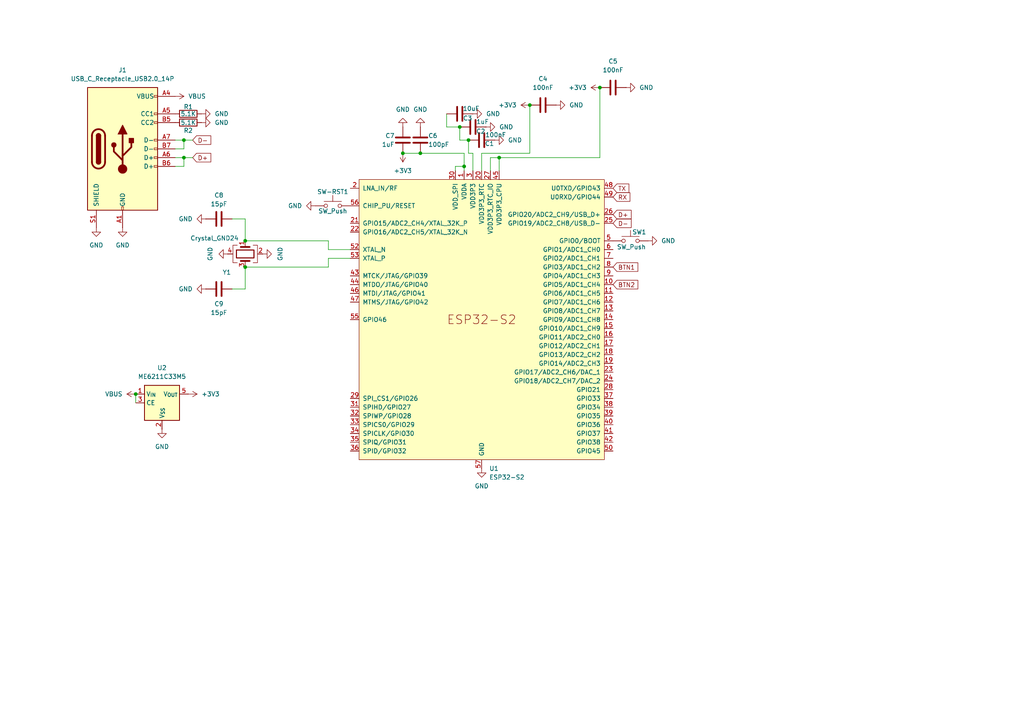
<source format=kicad_sch>
(kicad_sch (version 20231120) (generator "eeschema") (generator_version "8.0")
  (paper "A4")
  (lib_symbols
    (symbol "Connector:USB_C_Receptacle_USB2.0_14P" (pin_names (offset 1.016))
      (property "Reference" "J" (at 0 22.225 0))
      (property "Value" "USB_C_Receptacle_USB2.0_14P" (at 0 19.685 0))
      (symbol "USB_C_Receptacle_USB2.0_14P_0_0"
        (rectangle (start -0.254 -17.78) (end 0.254 -16.764))
        (rectangle (start 10.16 -4.826) (end 9.144 -5.334))
        (rectangle (start 10.16 -2.286) (end 9.144 -2.794))
        (rectangle (start 10.16 0.254) (end 9.144 -0.254))
        (rectangle (start 10.16 2.794) (end 9.144 2.286))
        (rectangle (start 10.16 7.874) (end 9.144 7.366))
        (rectangle (start 10.16 10.414) (end 9.144 9.906))
        (rectangle (start 10.16 15.494) (end 9.144 14.986))
      )
      (symbol "USB_C_Receptacle_USB2.0_14P_0_1"
        (rectangle (start -10.16 17.78) (end 10.16 -17.78) (stroke (width 0.254)) (fill (type background)))
        (arc (start -8.89 -3.81) (mid -6.985 -5.7067) (end -5.08 -3.81) (stroke (width 0.508)))
        (arc (start -7.62 -3.81) (mid -6.985 -4.4423) (end -6.35 -3.81) (stroke (width 0.254)))
        (arc (start -7.62 -3.81) (mid -6.985 -4.4423) (end -6.35 -3.81) (stroke (width 0.254)) (fill (type outline)))
        (rectangle (start -7.62 -3.81) (end -6.35 3.81) (stroke (width 0.254)) (fill (type outline)))
        (arc (start -6.35 3.81) (mid -6.985 4.4423) (end -7.62 3.81) (stroke (width 0.254)))
        (arc (start -6.35 3.81) (mid -6.985 4.4423) (end -7.62 3.81) (stroke (width 0.254)) (fill (type outline)))
        (arc (start -5.08 3.81) (mid -6.985 5.7067) (end -8.89 3.81) (stroke (width 0.508)))
        (circle (center -2.54 1.143) (radius 0.635) (stroke (width 0.254)) (fill (type outline)))
        (circle (center 0 -5.842) (radius 1.27) (fill (type outline)))
        (polyline (pts (xy -8.89 -3.81) (xy -8.89 3.81)) (stroke (width 0.508)))
        (polyline (pts (xy -5.08 3.81) (xy -5.08 -3.81)) (stroke (width 0.508)))
        (polyline (pts (xy 0 -5.842) (xy 0 4.318)) (stroke (width 0.508)))
        (polyline (pts (xy 0 -3.302) (xy -2.54 -0.762) (xy -2.54 0.508)) (stroke (width 0.508)))
        (polyline (pts (xy 0 -2.032) (xy 2.54 0.508) (xy 2.54 1.778)) (stroke (width 0.508)))
        (polyline (pts (xy -1.27 4.318) (xy 0 6.858) (xy 1.27 4.318) (xy -1.27 4.318)) (stroke (width 0.254)) (fill (type outline)))
        (rectangle (start 1.905 1.778) (end 3.175 3.048) (stroke (width 0.254)) (fill (type outline)))
      )
      (symbol "USB_C_Receptacle_USB2.0_14P_1_1"
        (pin passive line (at 0 -22.86 90) (length 5.08) (name "GND") (number "A1"))
        (pin passive line (at 0 -22.86 90) (length 5.08) hide (name "GND") (number "A12"))
        (pin passive line (at 15.24 15.24 180) (length 5.08) (name "VBUS") (number "A4"))
        (pin bidirectional line (at 15.24 10.16 180) (length 5.08) (name "CC1") (number "A5"))
        (pin bidirectional line (at 15.24 -2.54 180) (length 5.08) (name "D+") (number "A6"))
        (pin bidirectional line (at 15.24 2.54 180) (length 5.08) (name "D-") (number "A7"))
        (pin passive line (at 15.24 15.24 180) (length 5.08) hide (name "VBUS") (number "A9"))
        (pin passive line (at 0 -22.86 90) (length 5.08) hide (name "GND") (number "B1"))
        (pin passive line (at 0 -22.86 90) (length 5.08) hide (name "GND") (number "B12"))
        (pin passive line (at 15.24 15.24 180) (length 5.08) hide (name "VBUS") (number "B4"))
        (pin bidirectional line (at 15.24 7.62 180) (length 5.08) (name "CC2") (number "B5"))
        (pin bidirectional line (at 15.24 -5.08 180) (length 5.08) (name "D+") (number "B6"))
        (pin bidirectional line (at 15.24 0 180) (length 5.08) (name "D-") (number "B7"))
        (pin passive line (at 15.24 15.24 180) (length 5.08) hide (name "VBUS") (number "B9"))
        (pin passive line (at -7.62 -22.86 90) (length 5.08) (name "SHIELD") (number "S1"))
      )
    )
    (symbol "Device:C" (pin_numbers hide) (pin_names (offset 0.254))
      (property "Reference" "C" (at 0.635 2.54 0))
      (property "Value" "C" (at 0.635 -2.54 0))
      (symbol "C_0_1"
        (polyline (pts (xy -2.032 -0.762) (xy 2.032 -0.762)) (stroke (width 0.508)))
        (polyline (pts (xy -2.032 0.762) (xy 2.032 0.762)) (stroke (width 0.508)))
      )
      (symbol "C_1_1"
        (pin passive line (at 0 3.81 270) (length 2.794) (name "~") (number "1"))
        (pin passive line (at 0 -3.81 90) (length 2.794) (name "~") (number "2"))
      )
    )
    (symbol "Device:Crystal_GND24" (pin_names (offset 1.016) hide)
      (property "Reference" "Y" (at 3.175 5.08 0))
      (property "Value" "Crystal_GND24" (at 3.175 3.175 0))
      (symbol "Crystal_GND24_0_1"
        (rectangle (start -1.143 2.54) (end 1.143 -2.54) (stroke (width 0.3048)))
        (polyline (pts (xy -2.54 0) (xy -2.032 0)))
        (polyline (pts (xy -2.032 -1.27) (xy -2.032 1.27)) (stroke (width 0.508)))
        (polyline (pts (xy 0 -3.81) (xy 0 -3.556)))
        (polyline (pts (xy 0 3.556) (xy 0 3.81)))
        (polyline (pts (xy 2.032 -1.27) (xy 2.032 1.27)) (stroke (width 0.508)))
        (polyline (pts (xy 2.032 0) (xy 2.54 0)))
        (polyline (pts (xy -2.54 -2.286) (xy -2.54 -3.556) (xy 2.54 -3.556) (xy 2.54 -2.286)))
        (polyline (pts (xy -2.54 2.286) (xy -2.54 3.556) (xy 2.54 3.556) (xy 2.54 2.286)))
      )
      (symbol "Crystal_GND24_1_1"
        (pin passive line (at -3.81 0 0) (length 1.27) (name "1") (number "1"))
        (pin passive line (at 0 5.08 270) (length 1.27) (name "2") (number "2"))
        (pin passive line (at 3.81 0 180) (length 1.27) (name "3") (number "3"))
        (pin passive line (at 0 -5.08 90) (length 1.27) (name "4") (number "4"))
      )
    )
    (symbol "Device:R" (pin_numbers hide) (pin_names (offset 0))
      (property "Reference" "R" (at 2.032 0 90))
      (property "Value" "R" (at 0 0 90))
      (symbol "R_0_1"
        (rectangle (start -1.016 -2.54) (end 1.016 2.54) (stroke (width 0.254)))
      )
      (symbol "R_1_1"
        (pin passive line (at 0 3.81 270) (length 1.27) (name "~") (number "1"))
        (pin passive line (at 0 -3.81 90) (length 1.27) (name "~") (number "2"))
      )
    )
    (symbol "PCM_Espressif:ESP32-S2" (pin_names (offset 1.016))
      (property "Reference" "U" (at -35.56 45.72 0))
      (property "Value" "ESP32-S2" (at -35.56 43.18 0))
      (symbol "ESP32-S2_0_0"
        (text "ESP32-S2" (at 0 0 0) (effects (font (size 2.54 2.54))))
      )
      (symbol "ESP32-S2_0_1"
        (rectangle (start -35.56 40.64) (end 35.56 -40.64) (fill (type background)))
      )
      (symbol "ESP32-S2_1_1"
        (pin power_in line (at -5.08 43.18 270) (length 2.54) (name "VDDA") (number "1"))
        (pin bidirectional line (at 38.1 10.16 180) (length 2.54) (name "GPIO5/ADC1_CH4") (number "10"))
        (pin bidirectional line (at 38.1 7.62 180) (length 2.54) (name "GPIO6/ADC1_CH5") (number "11"))
        (pin bidirectional line (at 38.1 5.08 180) (length 2.54) (name "GPIO7/ADC1_CH6") (number "12"))
        (pin bidirectional line (at 38.1 2.54 180) (length 2.54) (name "GPIO8/ADC1_CH7") (number "13"))
        (pin bidirectional line (at 38.1 0 180) (length 2.54) (name "GPIO9/ADC1_CH8") (number "14"))
        (pin bidirectional line (at 38.1 -2.54 180) (length 2.54) (name "GPIO10/ADC1_CH9") (number "15"))
        (pin bidirectional line (at 38.1 -5.08 180) (length 2.54) (name "GPIO11/ADC2_CH0") (number "16"))
        (pin bidirectional line (at 38.1 -7.62 180) (length 2.54) (name "GPIO12/ADC2_CH1") (number "17"))
        (pin bidirectional line (at 38.1 -10.16 180) (length 2.54) (name "GPIO13/ADC2_CH2") (number "18"))
        (pin bidirectional line (at 38.1 -12.7 180) (length 2.54) (name "GPIO14/ADC2_CH3") (number "19"))
        (pin bidirectional line (at -38.1 38.1 0) (length 2.54) (name "LNA_IN/RF") (number "2"))
        (pin power_in line (at 0 43.18 270) (length 2.54) (name "VDD3P3_RTC") (number "20"))
        (pin bidirectional line (at -38.1 27.94 0) (length 2.54) (name "GPIO15/ADC2_CH4/XTAL_32K_P") (number "21"))
        (pin bidirectional line (at -38.1 25.4 0) (length 2.54) (name "GPIO16/ADC2_CH5/XTAL_32K_N") (number "22"))
        (pin bidirectional line (at 38.1 -15.24 180) (length 2.54) (name "GPIO17/ADC2_CH6/DAC_1") (number "23"))
        (pin bidirectional line (at 38.1 -17.78 180) (length 2.54) (name "GPIO18/ADC2_CH7/DAC_2") (number "24"))
        (pin bidirectional line (at 38.1 27.94 180) (length 2.54) (name "GPIO19/ADC2_CH8/USB_D-") (number "25"))
        (pin bidirectional line (at 38.1 30.48 180) (length 2.54) (name "GPIO20/ADC2_CH9/USB_D+") (number "26"))
        (pin power_in line (at 2.54 43.18 270) (length 2.54) (name "VDD3P3_RTC_IO") (number "27"))
        (pin bidirectional line (at 38.1 -20.32 180) (length 2.54) (name "GPIO21") (number "28"))
        (pin bidirectional line (at -38.1 -22.86 0) (length 2.54) (name "SPI_CS1/GPIO26") (number "29"))
        (pin power_in line (at -2.54 43.18 270) (length 2.54) (name "VDD3P3") (number "3"))
        (pin power_out line (at -7.62 43.18 270) (length 2.54) (name "VDD_SPI") (number "30"))
        (pin bidirectional line (at -38.1 -25.4 0) (length 2.54) (name "SPIHD/GPIO27") (number "31"))
        (pin bidirectional line (at -38.1 -27.94 0) (length 2.54) (name "SPIWP/GPIO28") (number "32"))
        (pin bidirectional line (at -38.1 -30.48 0) (length 2.54) (name "SPICS0/GPIO29") (number "33"))
        (pin bidirectional line (at -38.1 -33.02 0) (length 2.54) (name "SPICLK/GPIO30") (number "34"))
        (pin bidirectional line (at -38.1 -35.56 0) (length 2.54) (name "SPIQ/GPIO31") (number "35"))
        (pin bidirectional line (at -38.1 -38.1 0) (length 2.54) (name "SPID/GPIO32") (number "36"))
        (pin bidirectional line (at 38.1 -22.86 180) (length 2.54) (name "GPIO33") (number "37"))
        (pin bidirectional line (at 38.1 -25.4 180) (length 2.54) (name "GPIO34") (number "38"))
        (pin bidirectional line (at 38.1 -27.94 180) (length 2.54) (name "GPIO35") (number "39"))
        (pin passive line (at -2.54 43.18 270) (length 2.54) hide (name "VDD3P3") (number "4"))
        (pin bidirectional line (at 38.1 -30.48 180) (length 2.54) (name "GPIO36") (number "40"))
        (pin bidirectional line (at 38.1 -33.02 180) (length 2.54) (name "GPIO37") (number "41"))
        (pin bidirectional line (at 38.1 -35.56 180) (length 2.54) (name "GPIO38") (number "42"))
        (pin input line (at -38.1 12.7 0) (length 2.54) (name "MTCK/JTAG/GPIO39") (number "43"))
        (pin output line (at -38.1 10.16 0) (length 2.54) (name "MTDO/JTAG/GPIO40") (number "44"))
        (pin power_in line (at 5.08 43.18 270) (length 2.54) (name "VDD3P3_CPU") (number "45"))
        (pin input line (at -38.1 7.62 0) (length 2.54) (name "MTDI/JTAG/GPIO41") (number "46"))
        (pin output line (at -38.1 5.08 0) (length 2.54) (name "MTMS/JTAG/GPIO42") (number "47"))
        (pin bidirectional line (at 38.1 38.1 180) (length 2.54) (name "U0TXD/GPIO43") (number "48"))
        (pin bidirectional line (at 38.1 35.56 180) (length 2.54) (name "U0RXD/GPIO44") (number "49"))
        (pin bidirectional line (at 38.1 22.86 180) (length 2.54) (name "GPIO0/BOOT") (number "5"))
        (pin bidirectional line (at 38.1 -38.1 180) (length 2.54) (name "GPIO45") (number "50"))
        (pin passive line (at -5.08 43.18 270) (length 2.54) hide (name "VDDA") (number "51"))
        (pin output line (at -38.1 20.32 0) (length 2.54) (name "XTAL_N") (number "52"))
        (pin input line (at -38.1 17.78 0) (length 2.54) (name "XTAL_P") (number "53"))
        (pin passive line (at -5.08 43.18 270) (length 2.54) hide (name "VDDA") (number "54"))
        (pin input line (at -38.1 0 0) (length 2.54) (name "GPIO46") (number "55"))
        (pin bidirectional line (at -38.1 33.02 0) (length 2.54) (name "CHIP_PU/RESET") (number "56"))
        (pin power_in line (at 0 -43.18 90) (length 2.54) (name "GND") (number "57"))
        (pin bidirectional line (at 38.1 20.32 180) (length 2.54) (name "GPIO1/ADC1_CH0") (number "6"))
        (pin bidirectional line (at 38.1 17.78 180) (length 2.54) (name "GPIO2/ADC1_CH1") (number "7"))
        (pin bidirectional line (at 38.1 15.24 180) (length 2.54) (name "GPIO3/ADC1_CH2") (number "8"))
        (pin bidirectional line (at 38.1 12.7 180) (length 2.54) (name "GPIO4/ADC1_CH3") (number "9"))
      )
    )
    (symbol "Regulator_Linear:ME6211C33M5"
      (property "Reference" "U" (at -4.572 6.35 0))
      (property "Value" "ME6211C33M5" (at 10.16 8.636 0))
      (symbol "ME6211C33M5_1_1"
        (rectangle (start -5.08 5.08) (end 5.08 -5.08) (stroke (width 0.254)) (fill (type background)))
        (pin power_in line (at -7.62 2.54 0) (length 2.54) (name "V_{IN}") (number "1"))
        (pin power_in line (at 0 -7.62 90) (length 2.54) (name "V_{SS}") (number "2"))
        (pin input line (at -7.62 0 0) (length 2.54) (name "CE") (number "3"))
        (pin no_connect line (at 5.08 0 180) (length 2.54) hide (name "NC") (number "4"))
        (pin power_out line (at 7.62 2.54 180) (length 2.54) (name "V_{OUT}") (number "5"))
      )
    )
    (symbol "Switch:SW_Push" (pin_numbers hide) (pin_names (offset 1.016) hide)
      (property "Reference" "SW" (at 1.27 2.54 0))
      (property "Value" "SW_Push" (at 0 -1.524 0))
      (symbol "SW_Push_0_1"
        (circle (center -2.032 0) (radius 0.508))
        (polyline (pts (xy 0 1.27) (xy 0 3.048)))
        (polyline (pts (xy 2.54 1.27) (xy -2.54 1.27)))
        (circle (center 2.032 0) (radius 0.508))
        (pin passive line (at -5.08 0 0) (length 2.54) (name "1") (number "1"))
        (pin passive line (at 5.08 0 180) (length 2.54) (name "2") (number "2"))
      )
    )
    (symbol "power:+3V3" (power) (pin_numbers hide) (pin_names (offset 0) hide)
      (property "Value" "+3V3" (at 0 3.556 0))
      (symbol "+3V3_0_1"
        (polyline (pts (xy -0.762 1.27) (xy 0 2.54)))
        (polyline (pts (xy 0 0) (xy 0 2.54)))
        (polyline (pts (xy 0 2.54) (xy 0.762 1.27)))
      )
      (symbol "+3V3_1_1"
        (pin power_in line (at 0 0 90) (length 0) (name "~") (number "1"))
      )
    )
    (symbol "power:GND" (power) (pin_numbers hide) (pin_names (offset 0) hide)
      (property "Value" "GND" (at 0 -3.81 0))
      (symbol "GND_0_1"
        (polyline (pts (xy 0 0) (xy 0 -1.27) (xy 1.27 -1.27) (xy 0 -2.54) (xy -1.27 -1.27) (xy 0 -1.27)))
      )
      (symbol "GND_1_1"
        (pin power_in line (at 0 0 270) (length 0) (name "~") (number "1"))
      )
    )
    (symbol "power:VBUS" (power) (pin_numbers hide) (pin_names (offset 0) hide)
      (property "Value" "VBUS" (at 0 3.556 0))
      (symbol "VBUS_0_1"
        (polyline (pts (xy -0.762 1.27) (xy 0 2.54)))
        (polyline (pts (xy 0 0) (xy 0 2.54)))
        (polyline (pts (xy 0 2.54) (xy 0.762 1.27)))
      )
      (symbol "VBUS_1_1"
        (pin power_in line (at 0 0 90) (length 0) (name "~") (number "1"))
      )
    )
  )
  (junction (at 71.12 77.47))
  (junction (at 134.62 48.26))
  (junction (at 39.37 114.3))
  (junction (at 173.99 25.4))
  (junction (at 153.67 30.48))
  (junction (at 133.35 36.83))
  (junction (at 135.89 40.64))
  (junction (at 144.78 45.72))
  (junction (at 121.92 44.45))
  (junction (at 116.84 44.45))
  (junction (at 53.34 40.64))
  (junction (at 53.34 45.72))
  (junction (at 71.12 69.85))
  (wire (pts (xy 50.8 45.72) (xy 53.34 45.72)))
  (wire (pts (xy 139.7 44.45) (xy 153.67 44.45)))
  (wire (pts (xy 39.37 114.3) (xy 39.37 116.84)))
  (wire (pts (xy 53.34 45.72) (xy 55.88 45.72)))
  (wire (pts (xy 71.12 63.5) (xy 67.31 63.5)))
  (wire (pts (xy 50.8 43.18) (xy 53.34 43.18)))
  (wire (pts (xy 144.78 45.72) (xy 144.78 49.53)))
  (wire (pts (xy 71.12 69.85) (xy 95.25 69.85)))
  (wire (pts (xy 137.16 44.45) (xy 137.16 49.53)))
  (wire (pts (xy 133.35 36.83) (xy 133.35 40.64)))
  (wire (pts (xy 129.54 36.83) (xy 133.35 36.83)))
  (wire (pts (xy 71.12 83.82) (xy 71.12 77.47)))
  (wire (pts (xy 142.24 45.72) (xy 142.24 49.53)))
  (wire (pts (xy 53.34 40.64) (xy 55.88 40.64)))
  (wire (pts (xy 50.8 48.26) (xy 53.34 48.26)))
  (wire (pts (xy 95.25 74.93) (xy 95.25 77.47)))
  (wire (pts (xy 53.34 43.18) (xy 53.34 40.64)))
  (wire (pts (xy 95.25 69.85) (xy 95.25 72.39)))
  (wire (pts (xy 134.62 48.26) (xy 134.62 44.45)))
  (wire (pts (xy 173.99 45.72) (xy 144.78 45.72)))
  (wire (pts (xy 132.08 48.26) (xy 134.62 48.26)))
  (wire (pts (xy 95.25 72.39) (xy 101.6 72.39)))
  (wire (pts (xy 134.62 49.53) (xy 134.62 48.26)))
  (wire (pts (xy 116.84 44.45) (xy 121.92 44.45)))
  (wire (pts (xy 133.35 40.64) (xy 135.89 40.64)))
  (wire (pts (xy 71.12 69.85) (xy 71.12 63.5)))
  (wire (pts (xy 50.8 40.64) (xy 53.34 40.64)))
  (wire (pts (xy 129.54 33.02) (xy 129.54 36.83)))
  (wire (pts (xy 137.16 44.45) (xy 135.89 44.45)))
  (wire (pts (xy 173.99 25.4) (xy 173.99 45.72)))
  (wire (pts (xy 139.7 49.53) (xy 139.7 44.45)))
  (wire (pts (xy 135.89 44.45) (xy 135.89 40.64)))
  (wire (pts (xy 101.6 74.93) (xy 95.25 74.93)))
  (wire (pts (xy 53.34 48.26) (xy 53.34 45.72)))
  (wire (pts (xy 134.62 44.45) (xy 121.92 44.45)))
  (wire (pts (xy 144.78 45.72) (xy 142.24 45.72)))
  (wire (pts (xy 67.31 83.82) (xy 71.12 83.82)))
  (wire (pts (xy 95.25 77.47) (xy 71.12 77.47)))
  (wire (pts (xy 132.08 48.26) (xy 132.08 49.53)))
  (wire (pts (xy 153.67 44.45) (xy 153.67 30.48)))
  (global_label "TX" (shape input) (at 177.8 54.61 0) (property "Intersheetrefs" "${INTERSHEET_REFS}" (effects (hide yes))))
  (global_label "D+" (shape input) (at 55.88 45.72 0) (property "Intersheetrefs" "${INTERSHEET_REFS}" (effects (hide yes))))
  (global_label "BTN1" (shape input) (at 177.8 77.47 0) (property "Intersheetrefs" "${INTERSHEET_REFS}" (effects (hide yes))))
  (global_label "D-" (shape input) (at 177.8 64.77 0) (property "Intersheetrefs" "${INTERSHEET_REFS}" (effects (hide yes))))
  (global_label "RX" (shape input) (at 177.8 57.15 0) (property "Intersheetrefs" "${INTERSHEET_REFS}" (effects (hide yes))))
  (global_label "D-" (shape input) (at 55.88 40.64 0) (property "Intersheetrefs" "${INTERSHEET_REFS}" (effects (hide yes))))
  (global_label "BTN2" (shape input) (at 177.8 82.55 0) (property "Intersheetrefs" "${INTERSHEET_REFS}" (effects (hide yes))))
  (global_label "D+" (shape input) (at 177.8 62.23 0) (property "Intersheetrefs" "${INTERSHEET_REFS}" (effects (hide yes))))
  (symbol (lib_id "power:VBUS") (at 39.37 114.3 90) (unit 1)
    (property "Reference" "#PWR019" (effects (hide yes)))
    (property "Value" "VBUS" (at 35.56 114.2999 90) (effects (justify left)))
    (property "Description" "Power symbol creates a global label with name \"VBUS\"" (effects (hide yes)))
  )
  (symbol (lib_id "power:+3V3") (at 54.61 114.3 270) (unit 1)
    (property "Reference" "#PWR020" (effects (hide yes)))
    (property "Value" "+3V3" (at 58.42 114.2999 90) (effects (justify left)))
    (property "Description" "Power symbol creates a global label with name \"+3V3\"" (effects (hide yes)))
  )
  (symbol (lib_id "power:GND") (at 91.44 59.69 270) (unit 1)
    (property "Reference" "#PWR015" (effects (hide yes)))
    (property "Value" "GND" (at 87.63 59.6899 90) (effects (justify right)))
    (property "Description" "Power symbol creates a global label with name \"GND\" , ground" (effects (hide yes)))
  )
  (symbol (lib_id "Device:C") (at 121.92 40.64 180) (unit 1)
    (property "Reference" "C6" (at 124.206 39.37 0) (effects (justify right)))
    (property "Value" "100pF" (at 124.206 41.91 0) (effects (justify right)))
    (property "Footprint" "Capacitor_SMD:C_0603_1608Metric" (effects (hide yes)))
    (property "Description" "Unpolarized capacitor" (effects (hide yes)))
    (property "LCSC" "C14665" (effects (hide yes)))
  )
  (symbol (lib_id "Device:C") (at 133.35 33.02 90) (unit 1)
    (property "Reference" "C3" (at 135.636 34.29 90))
    (property "Value" "10uF" (at 136.652 31.496 90))
    (property "Footprint" "Capacitor_SMD:C_0603_1608Metric" (effects (hide yes)))
    (property "Description" "Unpolarized capacitor" (effects (hide yes)))
    (property "LCSC" "C19702" (effects (hide yes)))
  )
  (symbol (lib_id "power:GND") (at 187.96 69.85 90) (unit 1)
    (property "Reference" "#PWR014" (effects (hide yes)))
    (property "Value" "GND" (at 191.77 69.8499 90) (effects (justify right)))
    (property "Description" "Power symbol creates a global label with name \"GND\" , ground" (effects (hide yes)))
  )
  (symbol (lib_id "power:GND") (at 161.29 30.48 90) (unit 1)
    (property "Reference" "#PWR04" (effects (hide yes)))
    (property "Value" "GND" (at 165.1 30.4799 90) (effects (justify right)))
    (property "Description" "Power symbol creates a global label with name \"GND\" , ground" (effects (hide yes)))
  )
  (symbol (lib_id "Device:Crystal_GND24") (at 71.12 73.66 270) (unit 1)
    (property "Reference" "Y1" (at 65.786 78.994 90))
    (property "Value" "Crystal_GND24" (at 62.23 69.088 90))
    (property "Footprint" "Crystal:Crystal_SMD_3225-4Pin_3.2x2.5mm_HandSoldering" (effects (hide yes)))
    (property "Description" "Four pin crystal, GND on pins 2 and 4" (effects (hide yes)))
    (property "LCSC" "C9010" (effects (hide yes)))
  )
  (symbol (lib_id "Device:C") (at 177.8 25.4 90) (unit 1)
    (property "Reference" "C5" (at 177.8 17.78 90))
    (property "Value" "100nF" (at 177.8 20.32 90))
    (property "Footprint" "Capacitor_SMD:C_0603_1608Metric" (effects (hide yes)))
    (property "Description" "Unpolarized capacitor" (effects (hide yes)))
    (property "LCSC" "C14663" (effects (hide yes)))
  )
  (symbol (lib_id "power:GND") (at 139.7 135.89 0) (unit 1)
    (property "Reference" "#PWR018" (effects (hide yes)))
    (property "Value" "GND" (at 139.7 140.97 0))
    (property "Description" "Power symbol creates a global label with name \"GND\" , ground" (effects (hide yes)))
  )
  (symbol (lib_id "power:GND") (at 137.16 33.02 90) (unit 1)
    (property "Reference" "#PWR01" (effects (hide yes)))
    (property "Value" "GND" (at 140.97 33.0199 90) (effects (justify right)))
    (property "Description" "Power symbol creates a global label with name \"GND\" , ground" (effects (hide yes)))
  )
  (symbol (lib_id "power:GND") (at 35.56 66.04 0) (unit 1)
    (property "Reference" "#PWR013" (effects (hide yes)))
    (property "Value" "GND" (at 35.56 71.12 0))
    (property "Description" "Power symbol creates a global label with name \"GND\" , ground" (effects (hide yes)))
  )
  (symbol (lib_id "power:GND") (at 59.69 83.82 270) (unit 1)
    (property "Reference" "#PWR025" (effects (hide yes)))
    (property "Value" "GND" (at 55.88 83.8199 90) (effects (justify right)))
    (property "Description" "Power symbol creates a global label with name \"GND\" , ground" (effects (hide yes)))
  )
  (symbol (lib_id "power:+3V3") (at 173.99 25.4 90) (unit 1)
    (property "Reference" "#PWR06" (effects (hide yes)))
    (property "Value" "+3V3" (at 170.18 25.3999 90) (effects (justify left)))
    (property "Description" "Power symbol creates a global label with name \"+3V3\"" (effects (hide yes)))
  )
  (symbol (lib_id "power:GND") (at 46.99 124.46 0) (unit 1)
    (property "Reference" "#PWR021" (effects (hide yes)))
    (property "Value" "GND" (at 46.99 129.54 0))
    (property "Description" "Power symbol creates a global label with name \"GND\" , ground" (effects (hide yes)))
  )
  (symbol (lib_id "Device:C") (at 137.16 36.83 90) (unit 1)
    (property "Reference" "C2" (at 139.446 38.1 90))
    (property "Value" "1uF" (at 139.954 35.306 90))
    (property "Footprint" "Capacitor_SMD:C_0603_1608Metric" (effects (hide yes)))
    (property "Description" "Unpolarized capacitor" (effects (hide yes)))
    (property "LCSC" "C15849" (effects (hide yes)))
  )
  (symbol (lib_id "power:GND") (at 140.97 36.83 90) (unit 1)
    (property "Reference" "#PWR02" (effects (hide yes)))
    (property "Value" "GND" (at 144.78 36.8299 90) (effects (justify right)))
    (property "Description" "Power symbol creates a global label with name \"GND\" , ground" (effects (hide yes)))
  )
  (symbol (lib_id "Connector:USB_C_Receptacle_USB2.0_14P") (at 35.56 43.18 0) (unit 1)
    (property "Reference" "J1" (at 35.56 20.32 0))
    (property "Value" "USB_C_Receptacle_USB2.0_14P" (at 35.56 22.86 0))
    (property "Footprint" "Connector_USB:USB_C_Receptacle_GCT_USB4105-xx-A_16P_TopMnt_Horizontal" (effects (hide yes)))
    (property "Datasheet" "https://www.usb.org/sites/default/files/documents/usb_type-c.zip" (effects (hide yes)))
    (property "Description" "USB 2.0-only 14P Type-C Receptacle connector" (effects (hide yes)))
  )
  (symbol (lib_id "power:VBUS") (at 50.8 27.94 270) (unit 1)
    (property "Reference" "#PWR011" (effects (hide yes)))
    (property "Value" "VBUS" (at 54.61 27.9399 90) (effects (justify left)))
    (property "Description" "Power symbol creates a global label with name \"VBUS\"" (effects (hide yes)))
  )
  (symbol (lib_id "power:GND") (at 58.42 33.02 90) (unit 1)
    (property "Reference" "#PWR016" (effects (hide yes)))
    (property "Value" "GND" (at 62.23 33.0199 90) (effects (justify right)))
    (property "Description" "Power symbol creates a global label with name \"GND\" , ground" (effects (hide yes)))
  )
  (symbol (lib_id "Device:C") (at 139.7 40.64 90) (unit 1)
    (property "Reference" "C1" (at 141.986 41.656 90))
    (property "Value" "100nF" (at 143.764 39.116 90))
    (property "Footprint" "Capacitor_SMD:C_0603_1608Metric" (effects (hide yes)))
    (property "Description" "Unpolarized capacitor" (effects (hide yes)))
    (property "LCSC" "C14663" (effects (hide yes)))
  )
  (symbol (lib_id "Device:C") (at 116.84 40.64 0) (unit 1)
    (property "Reference" "C7" (at 111.76 39.37 0) (effects (justify left)))
    (property "Value" "1uF" (at 110.744 41.91 0) (effects (justify left)))
    (property "Footprint" "Capacitor_SMD:C_0603_1608Metric" (effects (hide yes)))
    (property "Description" "Unpolarized capacitor" (effects (hide yes)))
    (property "LCSC" "C15849" (effects (hide yes)))
  )
  (symbol (lib_id "Regulator_Linear:ME6211C33M5") (at 46.99 116.84 0) (unit 1)
    (property "Reference" "U2" (at 46.99 106.68 0))
    (property "Value" "ME6211C33M5" (at 46.99 109.22 0))
    (property "Footprint" "Package_TO_SOT_SMD:SOT-23-5" (effects (hide yes)))
    (property "Datasheet" "https://www.lcsc.com/datasheet/lcsc_datasheet_2304140030_MICRONE-Nanjing-Micro-One-Elec-ME6211C33R5G_C235316.pdf" (effects (hide yes)))
    (property "Description" "500mA low dropout linear regulator, shutdown pin, 6.5V max input voltage, 3.3V fixed positive output, SOT-23-5" (effects (hide yes)))
  )
  (symbol (lib_id "power:GND") (at 116.84 36.83 180) (unit 1)
    (property "Reference" "#PWR09" (effects (hide yes)))
    (property "Value" "GND" (at 116.84 31.75 0))
    (property "Description" "Power symbol creates a global label with name \"GND\" , ground" (effects (hide yes)))
  )
  (symbol (lib_id "Switch:SW_Push") (at 182.88 69.85 0) (unit 1)
    (property "Reference" "SW1" (at 185.42 67.31 0))
    (property "Value" "SW_Push" (at 183.134 71.628 0))
    (property "Footprint" "Button_Switch_SMD:SW_Push_1P1T_NO_6x6mm_H9.5mm" (effects (hide yes)))
    (property "Description" "Push button switch, generic, two pins" (effects (hide yes)))
  )
  (symbol (lib_id "power:GND") (at 59.69 63.5 270) (unit 1)
    (property "Reference" "#PWR024" (effects (hide yes)))
    (property "Value" "GND" (at 55.88 63.4999 90) (effects (justify right)))
    (property "Description" "Power symbol creates a global label with name \"GND\" , ground" (effects (hide yes)))
  )
  (symbol (lib_id "power:+3V3") (at 116.84 44.45 180) (unit 1)
    (property "Reference" "#PWR08" (effects (hide yes)))
    (property "Value" "+3V3" (at 116.84 49.53 0))
    (property "Description" "Power symbol creates a global label with name \"+3V3\"" (effects (hide yes)))
  )
  (symbol (lib_id "Device:C") (at 63.5 83.82 90) (unit 1)
    (property "Reference" "C9" (at 63.5 88.138 90))
    (property "Value" "15pF" (at 63.5 90.678 90))
    (property "Footprint" "Capacitor_SMD:C_0805_2012Metric_Pad1.18x1.45mm_HandSolder" (effects (hide yes)))
    (property "Description" "Unpolarized capacitor" (effects (hide yes)))
    (property "LCSC" "C63339" (effects (hide yes)))
  )
  (symbol (lib_id "Device:C") (at 157.48 30.48 90) (unit 1)
    (property "Reference" "C4" (at 157.48 22.86 90))
    (property "Value" "100nF" (at 157.48 25.4 90))
    (property "Footprint" "Capacitor_SMD:C_0603_1608Metric" (effects (hide yes)))
    (property "Description" "Unpolarized capacitor" (effects (hide yes)))
    (property "LCSC" "C14663" (effects (hide yes)))
  )
  (symbol (lib_id "power:GND") (at 58.42 35.56 90) (unit 1)
    (property "Reference" "#PWR017" (effects (hide yes)))
    (property "Value" "GND" (at 62.23 35.5599 90) (effects (justify right)))
    (property "Description" "Power symbol creates a global label with name \"GND\" , ground" (effects (hide yes)))
  )
  (symbol (lib_id "PCM_Espressif:ESP32-S2") (at 139.7 92.71 0) (unit 1)
    (property "Reference" "U1" (at 141.8941 135.89 0) (effects (justify left)))
    (property "Value" "ESP32-S2" (at 141.8941 138.43 0) (effects (justify left)))
    (property "Footprint" "Package_DFN_QFN:QFN-56-1EP_7x7mm_P0.4mm_EP5.6x5.6mm" (effects (hide yes)))
    (property "Datasheet" "https://www.espressif.com/sites/default/files/documentation/esp32-s2_datasheet_en.pdf" (effects (hide yes)))
    (property "Description" "ESP32-S2 family is a highly-integrated, low-power, 2.4GHz Wi-Fi System-on-Chip (SoC) solution." (effects (hide yes)))
  )
  (symbol (lib_id "Device:C") (at 63.5 63.5 90) (unit 1)
    (property "Reference" "C8" (at 63.5 56.642 90))
    (property "Value" "15pF" (at 63.5 59.182 90))
    (property "Footprint" "Capacitor_SMD:C_0805_2012Metric_Pad1.18x1.45mm_HandSolder" (effects (hide yes)))
    (property "Description" "Unpolarized capacitor" (effects (hide yes)))
    (property "LCSC" "C63339" (effects (hide yes)))
  )
  (symbol (lib_id "power:GND") (at 143.51 40.64 90) (unit 1)
    (property "Reference" "#PWR03" (effects (hide yes)))
    (property "Value" "GND" (at 147.32 40.6399 90) (effects (justify right)))
    (property "Description" "Power symbol creates a global label with name \"GND\" , ground" (effects (hide yes)))
  )
  (symbol (lib_id "power:GND") (at 27.94 66.04 0) (unit 1)
    (property "Reference" "#PWR012" (effects (hide yes)))
    (property "Value" "GND" (at 27.94 71.12 0))
    (property "Description" "Power symbol creates a global label with name \"GND\" , ground" (effects (hide yes)))
  )
  (symbol (lib_id "Switch:SW_Push") (at 96.52 59.69 0) (unit 1)
    (property "Reference" "SW-RST1" (at 96.52 55.626 0))
    (property "Value" "SW_Push" (at 96.52 61.214 0))
    (property "Footprint" "Button_Switch_SMD:SW_Push_1P1T_NO_6x6mm_H9.5mm" (effects (hide yes)))
    (property "Description" "Push button switch, generic, two pins" (effects (hide yes)))
  )
  (symbol (lib_id "power:GND") (at 76.2 73.66 90) (unit 1)
    (property "Reference" "#PWR023" (effects (hide yes)))
    (property "Value" "GND" (at 81.28 73.66 0))
    (property "Description" "Power symbol creates a global label with name \"GND\" , ground" (effects (hide yes)))
  )
  (symbol (lib_id "Device:R") (at 54.61 33.02 90) (unit 1)
    (property "Reference" "R1" (at 54.61 30.988 90))
    (property "Value" "5.1K" (at 54.61 33.02 90))
    (property "Footprint" "Resistor_SMD:R_0603_1608Metric" (effects (hide yes)))
    (property "Description" "Resistor" (effects (hide yes)))
    (property "LCSC" "C23186" (effects (hide yes)))
  )
  (symbol (lib_id "power:GND") (at 121.92 36.83 180) (unit 1)
    (property "Reference" "#PWR010" (effects (hide yes)))
    (property "Value" "GND" (at 121.92 31.75 0))
    (property "Description" "Power symbol creates a global label with name \"GND\" , ground" (effects (hide yes)))
  )
  (symbol (lib_id "Device:R") (at 54.61 35.56 270) (mirror x) (unit 1)
    (property "Reference" "R2" (at 54.61 37.846 90))
    (property "Value" "5.1K" (at 54.61 35.56 90))
    (property "Footprint" "Resistor_SMD:R_0603_1608Metric" (effects (hide yes)))
    (property "Description" "Resistor" (effects (hide yes)))
    (property "LCSC" "C23186" (effects (hide yes)))
  )
  (symbol (lib_id "power:GND") (at 181.61 25.4 90) (unit 1)
    (property "Reference" "#PWR07" (effects (hide yes)))
    (property "Value" "GND" (at 185.42 25.3999 90) (effects (justify right)))
    (property "Description" "Power symbol creates a global label with name \"GND\" , ground" (effects (hide yes)))
  )
  (symbol (lib_id "power:+3V3") (at 153.67 30.48 90) (unit 1)
    (property "Reference" "#PWR05" (effects (hide yes)))
    (property "Value" "+3V3" (at 149.86 30.4799 90) (effects (justify left)))
    (property "Description" "Power symbol creates a global label with name \"+3V3\"" (effects (hide yes)))
  )
  (symbol (lib_id "power:GND") (at 66.04 73.66 270) (unit 1)
    (property "Reference" "#PWR022" (effects (hide yes)))
    (property "Value" "GND" (at 60.96 73.66 0))
    (property "Description" "Power symbol creates a global label with name \"GND\" , ground" (effects (hide yes)))
  )
)
</source>
